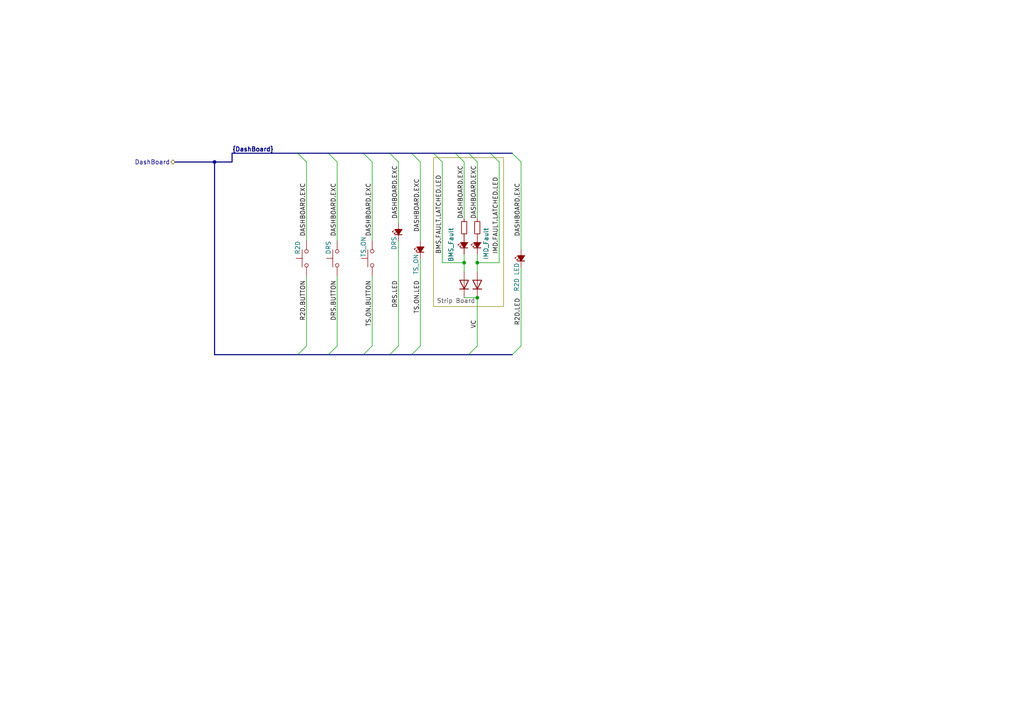
<source format=kicad_sch>
(kicad_sch (version 20230121) (generator eeschema)
  (paper "A4")
  (lib_symbols
    (symbol "Device:D" (pin_numbers hide) (pin_names (offset 1.016) hide)
      (property "Reference" "D" (at 0 2.54 0))
      (property "Value" "D" (at 0 -2.54 0))
      (symbol "D_0_1"
        (polyline (pts (xy -1.27 1.27) (xy -1.27 -1.27)) (stroke (width 0.254)))
        (polyline (pts (xy 1.27 0) (xy -1.27 0)))
        (polyline (pts (xy 1.27 1.27) (xy 1.27 -1.27) (xy -1.27 0) (xy 1.27 1.27)) (stroke (width 0.254)))
      )
      (symbol "D_1_1"
        (pin passive line (at -3.81 0 0) (length 2.54) (name "K") (number "1"))
        (pin passive line (at 3.81 0 180) (length 2.54) (name "A") (number "2"))
      )
    )
    (symbol "Device:LED_Small_Filled" (pin_numbers hide) (pin_names (offset 0.254) hide)
      (property "Reference" "D" (at -1.27 3.175 0))
      (property "Value" "LED_Small_Filled" (at -4.445 -2.54 0))
      (symbol "LED_Small_Filled_0_1"
        (polyline (pts (xy -0.762 -1.016) (xy -0.762 1.016)) (stroke (width 0.254)))
        (polyline (pts (xy 1.016 0) (xy -0.762 0)))
        (polyline (pts (xy 0.762 -1.016) (xy -0.762 0) (xy 0.762 1.016) (xy 0.762 -1.016)) (stroke (width 0.254)) (fill (type outline)))
        (polyline (pts (xy 0 0.762) (xy -0.508 1.27) (xy -0.254 1.27) (xy -0.508 1.27) (xy -0.508 1.016)))
        (polyline (pts (xy 0.508 1.27) (xy 0 1.778) (xy 0.254 1.778) (xy 0 1.778) (xy 0 1.524)))
      )
      (symbol "LED_Small_Filled_1_1"
        (pin passive line (at -2.54 0 0) (length 1.778) (name "K") (number "1"))
        (pin passive line (at 2.54 0 180) (length 1.778) (name "A") (number "2"))
      )
    )
    (symbol "Device:R_Small" (pin_numbers hide) (pin_names (offset 0.254) hide)
      (property "Reference" "R" (at 0.762 0.508 0))
      (property "Value" "R_Small" (at 0.762 -1.016 0))
      (symbol "R_Small_0_1"
        (rectangle (start -0.762 1.778) (end 0.762 -1.778) (stroke (width 0.2032)))
      )
      (symbol "R_Small_1_1"
        (pin passive line (at 0 2.54 270) (length 0.762) (name "~") (number "1"))
        (pin passive line (at 0 -2.54 90) (length 0.762) (name "~") (number "2"))
      )
    )
    (symbol "Switch:SW_Push" (pin_numbers hide) (pin_names (offset 1.016) hide)
      (property "Reference" "SW" (at 1.27 2.54 0))
      (property "Value" "SW_Push" (at 0 -1.524 0))
      (symbol "SW_Push_0_1"
        (circle (center -2.032 0) (radius 0.508))
        (polyline (pts (xy 0 1.27) (xy 0 3.048)))
        (polyline (pts (xy 2.54 1.27) (xy -2.54 1.27)))
        (circle (center 2.032 0) (radius 0.508))
        (pin passive line (at -5.08 0 0) (length 2.54) (name "1") (number "1"))
        (pin passive line (at 5.08 0 180) (length 2.54) (name "2") (number "2"))
      )
    )
  )
  (junction (at 62.23 46.99))
  (junction (at 134.62 76.2))
  (junction (at 138.43 76.2))
  (junction (at 138.43 86.36))
  (bus_entry (at 105.41 102.87) (size 2.54 -2.54))
  (bus_entry (at 95.25 44.45) (size 2.54 2.54))
  (bus_entry (at 142.24 44.45) (size 2.54 2.54))
  (bus_entry (at 105.41 44.45) (size 2.54 2.54))
  (bus_entry (at 125.73 44.45) (size 2.54 2.54))
  (bus_entry (at 148.59 44.45) (size 2.54 2.54))
  (bus_entry (at 86.36 102.87) (size 2.54 -2.54))
  (bus_entry (at 132.08 44.45) (size 2.54 2.54))
  (bus_entry (at 119.38 44.45) (size 2.54 2.54))
  (bus_entry (at 135.89 102.87) (size 2.54 -2.54))
  (bus_entry (at 113.03 102.87) (size 2.54 -2.54))
  (bus_entry (at 86.36 44.45) (size 2.54 2.54))
  (bus_entry (at 119.38 102.87) (size 2.54 -2.54))
  (bus_entry (at 95.25 102.87) (size 2.54 -2.54))
  (bus_entry (at 113.03 44.45) (size 2.54 2.54))
  (bus_entry (at 148.59 102.87) (size 2.54 -2.54))
  (bus_entry (at 135.89 44.45) (size 2.54 2.54))
  (bus (pts (xy 113.03 44.45) (xy 119.38 44.45)))
  (bus (pts (xy 62.23 102.87) (xy 86.36 102.87)))
  (bus (pts (xy 67.31 44.45) (xy 67.31 46.99)))
  (wire (pts (xy 97.79 80.01) (xy 97.79 100.33)))
  (bus (pts (xy 105.41 102.87) (xy 113.03 102.87)))
  (bus (pts (xy 125.73 44.45) (xy 132.08 44.45)))
  (bus (pts (xy 67.31 44.45) (xy 86.36 44.45)))
  (wire (pts (xy 138.43 76.2) (xy 138.43 78.74)))
  (wire (pts (xy 134.62 73.66) (xy 134.62 76.2)))
  (wire (pts (xy 115.57 69.85) (xy 115.57 100.33)))
  (wire (pts (xy 128.27 46.99) (xy 128.27 76.2)))
  (wire (pts (xy 134.62 76.2) (xy 128.27 76.2)))
  (wire (pts (xy 115.57 46.99) (xy 115.57 64.77)))
  (bus (pts (xy 105.41 44.45) (xy 113.03 44.45)))
  (bus (pts (xy 135.89 102.87) (xy 148.59 102.87)))
  (bus (pts (xy 86.36 44.45) (xy 95.25 44.45)))
  (bus (pts (xy 119.38 102.87) (xy 135.89 102.87)))
  (wire (pts (xy 144.78 46.99) (xy 144.78 76.2)))
  (bus (pts (xy 95.25 102.87) (xy 105.41 102.87)))
  (bus (pts (xy 142.24 44.45) (xy 148.59 44.45)))
  (bus (pts (xy 135.89 44.45) (xy 142.24 44.45)))
  (wire (pts (xy 88.9 46.99) (xy 88.9 69.85)))
  (wire (pts (xy 121.92 74.93) (xy 121.92 100.33)))
  (wire (pts (xy 107.95 69.85) (xy 107.95 46.99)))
  (bus (pts (xy 132.08 44.45) (xy 135.89 44.45)))
  (bus (pts (xy 62.23 46.99) (xy 62.23 102.87)))
  (wire (pts (xy 134.62 76.2) (xy 134.62 78.74)))
  (wire (pts (xy 138.43 73.66) (xy 138.43 76.2)))
  (bus (pts (xy 95.25 44.45) (xy 105.41 44.45)))
  (wire (pts (xy 97.79 69.85) (xy 97.79 46.99)))
  (wire (pts (xy 151.13 77.47) (xy 151.13 100.33)))
  (wire (pts (xy 138.43 76.2) (xy 144.78 76.2)))
  (bus (pts (xy 113.03 102.87) (xy 119.38 102.87)))
  (bus (pts (xy 62.23 46.99) (xy 67.31 46.99)))
  (bus (pts (xy 119.38 44.45) (xy 125.73 44.45)))
  (wire (pts (xy 107.95 80.01) (xy 107.95 100.33)))
  (wire (pts (xy 134.62 86.36) (xy 138.43 86.36)))
  (wire (pts (xy 88.9 80.01) (xy 88.9 100.33)))
  (wire (pts (xy 121.92 46.99) (xy 121.92 69.85)))
  (bus (pts (xy 86.36 102.87) (xy 95.25 102.87)))
  (wire (pts (xy 134.62 46.99) (xy 134.62 63.5)))
  (wire (pts (xy 138.43 86.36) (xy 138.43 100.33)))
  (wire (pts (xy 151.13 46.99) (xy 151.13 72.39)))
  (bus (pts (xy 50.8 46.99) (xy 62.23 46.99)))
  (wire (pts (xy 138.43 46.99) (xy 138.43 63.5)))
  (text_box "Strip Board" (at 125.73 45.72 0) (size 20.32 43.18) (stroke (width 0) (color 132 132 0 1)) (effects (font (size 1.27 1.27)) (justify left bottom)))
  (label "DASHBOARD.EXC" (at 121.92 67.31 90))
  (label "DASHBOARD.EXC" (at 107.95 68.58 90))
  (label "DASHBOARD.EXC" (at 138.43 63.5 90))
  (label " VC" (at 138.43 92.71 270))
  (label "R2D.LED" (at 151.13 86.36 270))
  (label "{DashBoard}" (at 67.31 44.45 0) (effects (font bold)))
  (label "R2D.BUTTON" (at 88.9 81.28 270))
  (label "IMD.FAULT.LATCHED.LED" (at 144.78 73.66 90))
  (label "DASHBOARD.EXC" (at 88.9 68.58 90))
  (label "TS.ON.LED" (at 121.92 81.28 270))
  (label "DRS.BUTTON" (at 97.79 81.28 270))
  (label "DASHBOARD.EXC" (at 115.57 63.5 90))
  (label "DASHBOARD.EXC" (at 151.13 68.58 90))
  (label "DASHBOARD.EXC" (at 97.79 68.58 90))
  (label "DASHBOARD.EXC" (at 134.62 63.5 90))
  (label "DRS.LED" (at 115.57 81.28 270))
  (label "BMS.FAULT.LATCHED.LED" (at 128.27 73.66 90))
  (label "TS.ON.BUTTON" (at 107.95 81.28 270))
  (hierarchical_label "DashBoard" (shape bidirectional) (at 50.8 46.99 180))
  (symbol (lib_id "Device:LED_Small_Filled") (at 151.13 74.93 90) (unit 1)
    (property "Reference" "D7" (effects hide))
    (property "Value" "R2D LED" (at 149.86 76.2 0) (effects (justify right)))
    (instances (project "Loom" (path "" (reference "D7") (unit 1)) (path "" (reference "D7") (unit 1))) (project "wiring" (path "" (reference "D4") (unit 1))))
  )
  (symbol (lib_id "Device:R_Small") (at 138.43 66.04 180) (unit 1)
    (property "Reference" "R1" (effects hide))
    (property "Value" "R_Small" (effects hide))
    (instances (project "Loom" (path "" (reference "R1") (unit 1)) (path "" (reference "R4") (unit 1)) (path "" (reference "R4") (unit 1))) (project "wiring" (path "" (reference "R1") (unit 1))))
  )
  (symbol (lib_id "Device:LED_Small_Filled") (at 115.57 67.31 90) (unit 1)
    (property "Reference" "D1" (effects hide))
    (property "Value" "DRS" (at 114.3 68.58 0) (effects (justify right)))
  )
  (symbol (lib_id "Device:LED_Small_Filled") (at 121.92 72.39 90) (unit 1)
    (property "Reference" "D2" (effects hide))
    (property "Value" "TS_ON" (at 120.65 73.66 0) (effects (justify right)))
  )
  (symbol (lib_id "Device:D") (at 138.43 82.55 90) (unit 1)
    (property "Reference" "D6" (effects hide))
    (property "Value" "D" (effects hide))
    (property "Sim.Device" "D" (effects hide))
    (property "Sim.Pins" "1=K 2=A" (effects hide))
  )
  (symbol (lib_id "Device:D") (at 134.62 82.55 90) (unit 1)
    (property "Reference" "D4" (effects hide))
    (property "Value" "D" (effects hide))
    (property "Sim.Device" "D" (effects hide))
    (property "Sim.Pins" "1=K 2=A" (effects hide))
  )
  (symbol (lib_id "Switch:SW_Push") (at 107.95 74.93 90) (unit 1)
    (property "Reference" "SW6" (effects hide))
    (property "Value" "TS_ON" (at 105.41 68.58 0) (effects (justify right)))
    (instances (project "Loom" (path "" (reference "SW6") (unit 1)) (path "" (reference "SW6") (unit 1))) (project "wiring" (path "" (reference "SW4") (unit 1))))
  )
  (symbol (lib_id "Switch:SW_Push") (at 88.9 74.93 90) (unit 1)
    (property "Reference" "SW4" (effects hide))
    (property "Value" "R2D" (at 86.36 69.85 0) (effects (justify right)))
    (instances (project "Loom" (path "" (reference "SW4") (unit 1)) (path "" (reference "SW4") (unit 1))) (project "wiring" (path "" (reference "SW2") (unit 1))))
  )
  (symbol (lib_id "Switch:SW_Push") (at 97.79 74.93 90) (unit 1)
    (property "Reference" "SW5" (effects hide))
    (property "Value" "DRS" (at 95.25 69.85 0) (effects (justify right)))
    (instances (project "Loom" (path "" (reference "SW5") (unit 1)) (path "" (reference "SW5") (unit 1))) (project "wiring" (path "" (reference "SW3") (unit 1))))
  )
  (symbol (lib_id "Device:LED_Small_Filled") (at 134.62 71.12 90) (unit 1)
    (property "Reference" "D3" (effects hide))
    (property "Value" "BMS_Fault" (at 130.81 66.04 0) (effects (justify right)))
    (instances (project "Loom" (path "" (reference "D3") (unit 1)) (path "" (reference "D3") (unit 1))) (project "wiring" (path "" (reference "D2") (unit 1))))
  )
  (symbol (lib_id "Device:R_Small") (at 134.62 66.04 180) (unit 1)
    (property "Reference" "R1" (effects hide))
    (property "Value" "R_Small" (effects hide))
    (instances (project "Loom" (path "" (reference "R1") (unit 1)) (path "" (reference "R3") (unit 1)) (path "" (reference "R3") (unit 1))) (project "wiring" (path "" (reference "R1") (unit 1))))
  )
  (symbol (lib_id "Device:LED_Small_Filled") (at 138.43 71.12 90) (unit 1)
    (property "Reference" "D5" (effects hide))
    (property "Value" "IMD_Fault" (at 140.97 66.04 0) (effects (justify right)))
    (instances (project "Loom" (path "" (reference "D5") (unit 1)) (path "" (reference "D5") (unit 1))) (project "wiring" (path "" (reference "D2") (unit 1))))
  )
)
</source>
